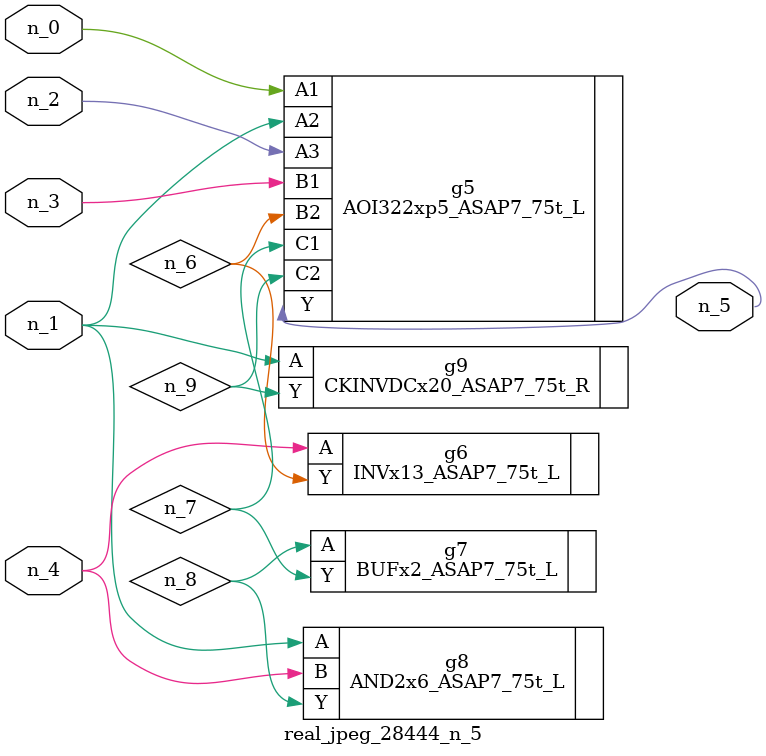
<source format=v>
module real_jpeg_28444_n_5 (n_4, n_0, n_1, n_2, n_3, n_5);

input n_4;
input n_0;
input n_1;
input n_2;
input n_3;

output n_5;

wire n_8;
wire n_6;
wire n_7;
wire n_9;

AOI322xp5_ASAP7_75t_L g5 ( 
.A1(n_0),
.A2(n_1),
.A3(n_2),
.B1(n_3),
.B2(n_6),
.C1(n_7),
.C2(n_9),
.Y(n_5)
);

AND2x6_ASAP7_75t_L g8 ( 
.A(n_1),
.B(n_4),
.Y(n_8)
);

CKINVDCx20_ASAP7_75t_R g9 ( 
.A(n_1),
.Y(n_9)
);

INVx13_ASAP7_75t_L g6 ( 
.A(n_4),
.Y(n_6)
);

BUFx2_ASAP7_75t_L g7 ( 
.A(n_8),
.Y(n_7)
);


endmodule
</source>
